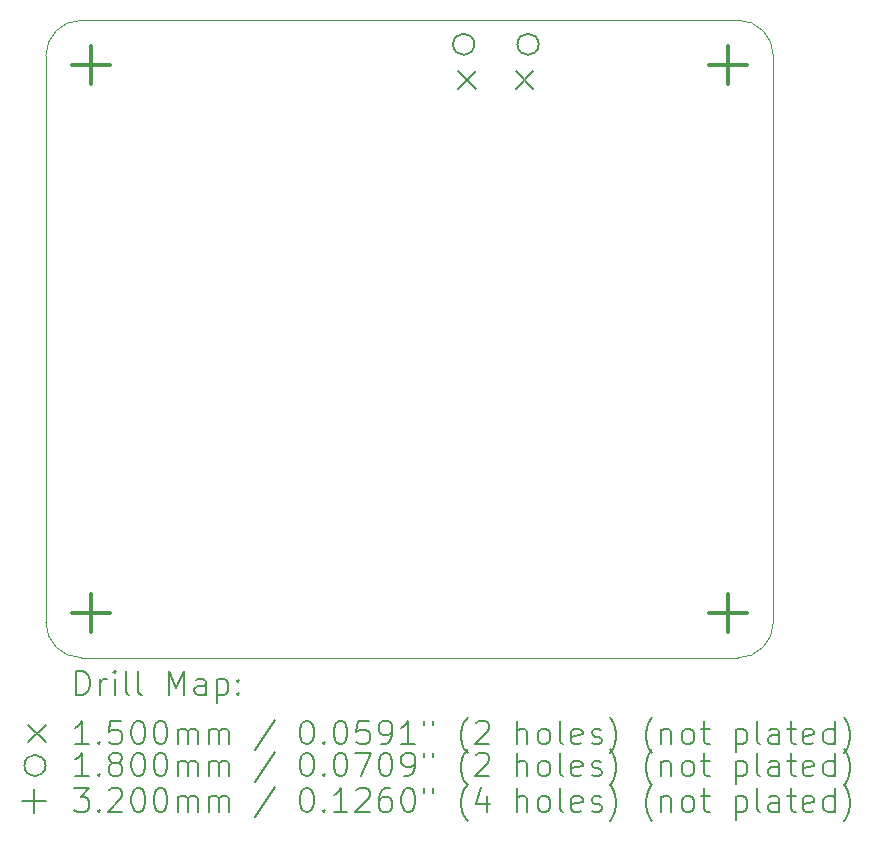
<source format=gbr>
%TF.GenerationSoftware,KiCad,Pcbnew,8.0.3-8.0.3-0~ubuntu22.04.1*%
%TF.CreationDate,2025-12-31T16:49:37+00:00*%
%TF.ProjectId,pixelpusher,70697865-6c70-4757-9368-65722e6b6963,rev?*%
%TF.SameCoordinates,Original*%
%TF.FileFunction,Drillmap*%
%TF.FilePolarity,Positive*%
%FSLAX45Y45*%
G04 Gerber Fmt 4.5, Leading zero omitted, Abs format (unit mm)*
G04 Created by KiCad (PCBNEW 8.0.3-8.0.3-0~ubuntu22.04.1) date 2025-12-31 16:49:37*
%MOMM*%
%LPD*%
G01*
G04 APERTURE LIST*
%ADD10C,0.050000*%
%ADD11C,0.200000*%
%ADD12C,0.150000*%
%ADD13C,0.180000*%
%ADD14C,0.320000*%
G04 APERTURE END LIST*
D10*
X13381000Y-8445500D02*
X18940500Y-8445500D01*
X18940500Y-8445500D02*
G75*
G02*
X19240500Y-8745500I0J-300000D01*
G01*
X13381000Y-13843000D02*
G75*
G02*
X13081000Y-13543000I0J300000D01*
G01*
X13081000Y-13543000D02*
X13081000Y-8745500D01*
X19240500Y-13543000D02*
G75*
G02*
X18940500Y-13843000I-300000J0D01*
G01*
X18940500Y-13843000D02*
X13381000Y-13843000D01*
X19240500Y-8745500D02*
X19240500Y-13543000D01*
X13081000Y-8745500D02*
G75*
G02*
X13381000Y-8445500I300000J0D01*
G01*
D11*
D12*
X16573500Y-8877000D02*
X16723500Y-9027000D01*
X16723500Y-8877000D02*
X16573500Y-9027000D01*
X17058500Y-8877000D02*
X17208500Y-9027000D01*
X17208500Y-8877000D02*
X17058500Y-9027000D01*
D13*
X16708500Y-8649000D02*
G75*
G02*
X16528500Y-8649000I-90000J0D01*
G01*
X16528500Y-8649000D02*
G75*
G02*
X16708500Y-8649000I90000J0D01*
G01*
X17253500Y-8649000D02*
G75*
G02*
X17073500Y-8649000I-90000J0D01*
G01*
X17073500Y-8649000D02*
G75*
G02*
X17253500Y-8649000I90000J0D01*
G01*
D14*
X13462000Y-8666500D02*
X13462000Y-8986500D01*
X13302000Y-8826500D02*
X13622000Y-8826500D01*
X13462000Y-13302000D02*
X13462000Y-13622000D01*
X13302000Y-13462000D02*
X13622000Y-13462000D01*
X18859500Y-8666500D02*
X18859500Y-8986500D01*
X18699500Y-8826500D02*
X19019500Y-8826500D01*
X18859500Y-13302000D02*
X18859500Y-13622000D01*
X18699500Y-13462000D02*
X19019500Y-13462000D01*
D11*
X13339277Y-14156984D02*
X13339277Y-13956984D01*
X13339277Y-13956984D02*
X13386896Y-13956984D01*
X13386896Y-13956984D02*
X13415467Y-13966508D01*
X13415467Y-13966508D02*
X13434515Y-13985555D01*
X13434515Y-13985555D02*
X13444039Y-14004603D01*
X13444039Y-14004603D02*
X13453562Y-14042698D01*
X13453562Y-14042698D02*
X13453562Y-14071269D01*
X13453562Y-14071269D02*
X13444039Y-14109365D01*
X13444039Y-14109365D02*
X13434515Y-14128412D01*
X13434515Y-14128412D02*
X13415467Y-14147460D01*
X13415467Y-14147460D02*
X13386896Y-14156984D01*
X13386896Y-14156984D02*
X13339277Y-14156984D01*
X13539277Y-14156984D02*
X13539277Y-14023650D01*
X13539277Y-14061746D02*
X13548801Y-14042698D01*
X13548801Y-14042698D02*
X13558324Y-14033174D01*
X13558324Y-14033174D02*
X13577372Y-14023650D01*
X13577372Y-14023650D02*
X13596420Y-14023650D01*
X13663086Y-14156984D02*
X13663086Y-14023650D01*
X13663086Y-13956984D02*
X13653562Y-13966508D01*
X13653562Y-13966508D02*
X13663086Y-13976031D01*
X13663086Y-13976031D02*
X13672610Y-13966508D01*
X13672610Y-13966508D02*
X13663086Y-13956984D01*
X13663086Y-13956984D02*
X13663086Y-13976031D01*
X13786896Y-14156984D02*
X13767848Y-14147460D01*
X13767848Y-14147460D02*
X13758324Y-14128412D01*
X13758324Y-14128412D02*
X13758324Y-13956984D01*
X13891658Y-14156984D02*
X13872610Y-14147460D01*
X13872610Y-14147460D02*
X13863086Y-14128412D01*
X13863086Y-14128412D02*
X13863086Y-13956984D01*
X14120229Y-14156984D02*
X14120229Y-13956984D01*
X14120229Y-13956984D02*
X14186896Y-14099841D01*
X14186896Y-14099841D02*
X14253562Y-13956984D01*
X14253562Y-13956984D02*
X14253562Y-14156984D01*
X14434515Y-14156984D02*
X14434515Y-14052222D01*
X14434515Y-14052222D02*
X14424991Y-14033174D01*
X14424991Y-14033174D02*
X14405943Y-14023650D01*
X14405943Y-14023650D02*
X14367848Y-14023650D01*
X14367848Y-14023650D02*
X14348801Y-14033174D01*
X14434515Y-14147460D02*
X14415467Y-14156984D01*
X14415467Y-14156984D02*
X14367848Y-14156984D01*
X14367848Y-14156984D02*
X14348801Y-14147460D01*
X14348801Y-14147460D02*
X14339277Y-14128412D01*
X14339277Y-14128412D02*
X14339277Y-14109365D01*
X14339277Y-14109365D02*
X14348801Y-14090317D01*
X14348801Y-14090317D02*
X14367848Y-14080793D01*
X14367848Y-14080793D02*
X14415467Y-14080793D01*
X14415467Y-14080793D02*
X14434515Y-14071269D01*
X14529753Y-14023650D02*
X14529753Y-14223650D01*
X14529753Y-14033174D02*
X14548801Y-14023650D01*
X14548801Y-14023650D02*
X14586896Y-14023650D01*
X14586896Y-14023650D02*
X14605943Y-14033174D01*
X14605943Y-14033174D02*
X14615467Y-14042698D01*
X14615467Y-14042698D02*
X14624991Y-14061746D01*
X14624991Y-14061746D02*
X14624991Y-14118888D01*
X14624991Y-14118888D02*
X14615467Y-14137936D01*
X14615467Y-14137936D02*
X14605943Y-14147460D01*
X14605943Y-14147460D02*
X14586896Y-14156984D01*
X14586896Y-14156984D02*
X14548801Y-14156984D01*
X14548801Y-14156984D02*
X14529753Y-14147460D01*
X14710705Y-14137936D02*
X14720229Y-14147460D01*
X14720229Y-14147460D02*
X14710705Y-14156984D01*
X14710705Y-14156984D02*
X14701182Y-14147460D01*
X14701182Y-14147460D02*
X14710705Y-14137936D01*
X14710705Y-14137936D02*
X14710705Y-14156984D01*
X14710705Y-14033174D02*
X14720229Y-14042698D01*
X14720229Y-14042698D02*
X14710705Y-14052222D01*
X14710705Y-14052222D02*
X14701182Y-14042698D01*
X14701182Y-14042698D02*
X14710705Y-14033174D01*
X14710705Y-14033174D02*
X14710705Y-14052222D01*
D12*
X12928500Y-14410500D02*
X13078500Y-14560500D01*
X13078500Y-14410500D02*
X12928500Y-14560500D01*
D11*
X13444039Y-14576984D02*
X13329753Y-14576984D01*
X13386896Y-14576984D02*
X13386896Y-14376984D01*
X13386896Y-14376984D02*
X13367848Y-14405555D01*
X13367848Y-14405555D02*
X13348801Y-14424603D01*
X13348801Y-14424603D02*
X13329753Y-14434127D01*
X13529753Y-14557936D02*
X13539277Y-14567460D01*
X13539277Y-14567460D02*
X13529753Y-14576984D01*
X13529753Y-14576984D02*
X13520229Y-14567460D01*
X13520229Y-14567460D02*
X13529753Y-14557936D01*
X13529753Y-14557936D02*
X13529753Y-14576984D01*
X13720229Y-14376984D02*
X13624991Y-14376984D01*
X13624991Y-14376984D02*
X13615467Y-14472222D01*
X13615467Y-14472222D02*
X13624991Y-14462698D01*
X13624991Y-14462698D02*
X13644039Y-14453174D01*
X13644039Y-14453174D02*
X13691658Y-14453174D01*
X13691658Y-14453174D02*
X13710705Y-14462698D01*
X13710705Y-14462698D02*
X13720229Y-14472222D01*
X13720229Y-14472222D02*
X13729753Y-14491269D01*
X13729753Y-14491269D02*
X13729753Y-14538888D01*
X13729753Y-14538888D02*
X13720229Y-14557936D01*
X13720229Y-14557936D02*
X13710705Y-14567460D01*
X13710705Y-14567460D02*
X13691658Y-14576984D01*
X13691658Y-14576984D02*
X13644039Y-14576984D01*
X13644039Y-14576984D02*
X13624991Y-14567460D01*
X13624991Y-14567460D02*
X13615467Y-14557936D01*
X13853562Y-14376984D02*
X13872610Y-14376984D01*
X13872610Y-14376984D02*
X13891658Y-14386508D01*
X13891658Y-14386508D02*
X13901182Y-14396031D01*
X13901182Y-14396031D02*
X13910705Y-14415079D01*
X13910705Y-14415079D02*
X13920229Y-14453174D01*
X13920229Y-14453174D02*
X13920229Y-14500793D01*
X13920229Y-14500793D02*
X13910705Y-14538888D01*
X13910705Y-14538888D02*
X13901182Y-14557936D01*
X13901182Y-14557936D02*
X13891658Y-14567460D01*
X13891658Y-14567460D02*
X13872610Y-14576984D01*
X13872610Y-14576984D02*
X13853562Y-14576984D01*
X13853562Y-14576984D02*
X13834515Y-14567460D01*
X13834515Y-14567460D02*
X13824991Y-14557936D01*
X13824991Y-14557936D02*
X13815467Y-14538888D01*
X13815467Y-14538888D02*
X13805943Y-14500793D01*
X13805943Y-14500793D02*
X13805943Y-14453174D01*
X13805943Y-14453174D02*
X13815467Y-14415079D01*
X13815467Y-14415079D02*
X13824991Y-14396031D01*
X13824991Y-14396031D02*
X13834515Y-14386508D01*
X13834515Y-14386508D02*
X13853562Y-14376984D01*
X14044039Y-14376984D02*
X14063086Y-14376984D01*
X14063086Y-14376984D02*
X14082134Y-14386508D01*
X14082134Y-14386508D02*
X14091658Y-14396031D01*
X14091658Y-14396031D02*
X14101182Y-14415079D01*
X14101182Y-14415079D02*
X14110705Y-14453174D01*
X14110705Y-14453174D02*
X14110705Y-14500793D01*
X14110705Y-14500793D02*
X14101182Y-14538888D01*
X14101182Y-14538888D02*
X14091658Y-14557936D01*
X14091658Y-14557936D02*
X14082134Y-14567460D01*
X14082134Y-14567460D02*
X14063086Y-14576984D01*
X14063086Y-14576984D02*
X14044039Y-14576984D01*
X14044039Y-14576984D02*
X14024991Y-14567460D01*
X14024991Y-14567460D02*
X14015467Y-14557936D01*
X14015467Y-14557936D02*
X14005943Y-14538888D01*
X14005943Y-14538888D02*
X13996420Y-14500793D01*
X13996420Y-14500793D02*
X13996420Y-14453174D01*
X13996420Y-14453174D02*
X14005943Y-14415079D01*
X14005943Y-14415079D02*
X14015467Y-14396031D01*
X14015467Y-14396031D02*
X14024991Y-14386508D01*
X14024991Y-14386508D02*
X14044039Y-14376984D01*
X14196420Y-14576984D02*
X14196420Y-14443650D01*
X14196420Y-14462698D02*
X14205943Y-14453174D01*
X14205943Y-14453174D02*
X14224991Y-14443650D01*
X14224991Y-14443650D02*
X14253563Y-14443650D01*
X14253563Y-14443650D02*
X14272610Y-14453174D01*
X14272610Y-14453174D02*
X14282134Y-14472222D01*
X14282134Y-14472222D02*
X14282134Y-14576984D01*
X14282134Y-14472222D02*
X14291658Y-14453174D01*
X14291658Y-14453174D02*
X14310705Y-14443650D01*
X14310705Y-14443650D02*
X14339277Y-14443650D01*
X14339277Y-14443650D02*
X14358324Y-14453174D01*
X14358324Y-14453174D02*
X14367848Y-14472222D01*
X14367848Y-14472222D02*
X14367848Y-14576984D01*
X14463086Y-14576984D02*
X14463086Y-14443650D01*
X14463086Y-14462698D02*
X14472610Y-14453174D01*
X14472610Y-14453174D02*
X14491658Y-14443650D01*
X14491658Y-14443650D02*
X14520229Y-14443650D01*
X14520229Y-14443650D02*
X14539277Y-14453174D01*
X14539277Y-14453174D02*
X14548801Y-14472222D01*
X14548801Y-14472222D02*
X14548801Y-14576984D01*
X14548801Y-14472222D02*
X14558324Y-14453174D01*
X14558324Y-14453174D02*
X14577372Y-14443650D01*
X14577372Y-14443650D02*
X14605943Y-14443650D01*
X14605943Y-14443650D02*
X14624991Y-14453174D01*
X14624991Y-14453174D02*
X14634515Y-14472222D01*
X14634515Y-14472222D02*
X14634515Y-14576984D01*
X15024991Y-14367460D02*
X14853563Y-14624603D01*
X15282134Y-14376984D02*
X15301182Y-14376984D01*
X15301182Y-14376984D02*
X15320229Y-14386508D01*
X15320229Y-14386508D02*
X15329753Y-14396031D01*
X15329753Y-14396031D02*
X15339277Y-14415079D01*
X15339277Y-14415079D02*
X15348801Y-14453174D01*
X15348801Y-14453174D02*
X15348801Y-14500793D01*
X15348801Y-14500793D02*
X15339277Y-14538888D01*
X15339277Y-14538888D02*
X15329753Y-14557936D01*
X15329753Y-14557936D02*
X15320229Y-14567460D01*
X15320229Y-14567460D02*
X15301182Y-14576984D01*
X15301182Y-14576984D02*
X15282134Y-14576984D01*
X15282134Y-14576984D02*
X15263086Y-14567460D01*
X15263086Y-14567460D02*
X15253563Y-14557936D01*
X15253563Y-14557936D02*
X15244039Y-14538888D01*
X15244039Y-14538888D02*
X15234515Y-14500793D01*
X15234515Y-14500793D02*
X15234515Y-14453174D01*
X15234515Y-14453174D02*
X15244039Y-14415079D01*
X15244039Y-14415079D02*
X15253563Y-14396031D01*
X15253563Y-14396031D02*
X15263086Y-14386508D01*
X15263086Y-14386508D02*
X15282134Y-14376984D01*
X15434515Y-14557936D02*
X15444039Y-14567460D01*
X15444039Y-14567460D02*
X15434515Y-14576984D01*
X15434515Y-14576984D02*
X15424991Y-14567460D01*
X15424991Y-14567460D02*
X15434515Y-14557936D01*
X15434515Y-14557936D02*
X15434515Y-14576984D01*
X15567848Y-14376984D02*
X15586896Y-14376984D01*
X15586896Y-14376984D02*
X15605944Y-14386508D01*
X15605944Y-14386508D02*
X15615467Y-14396031D01*
X15615467Y-14396031D02*
X15624991Y-14415079D01*
X15624991Y-14415079D02*
X15634515Y-14453174D01*
X15634515Y-14453174D02*
X15634515Y-14500793D01*
X15634515Y-14500793D02*
X15624991Y-14538888D01*
X15624991Y-14538888D02*
X15615467Y-14557936D01*
X15615467Y-14557936D02*
X15605944Y-14567460D01*
X15605944Y-14567460D02*
X15586896Y-14576984D01*
X15586896Y-14576984D02*
X15567848Y-14576984D01*
X15567848Y-14576984D02*
X15548801Y-14567460D01*
X15548801Y-14567460D02*
X15539277Y-14557936D01*
X15539277Y-14557936D02*
X15529753Y-14538888D01*
X15529753Y-14538888D02*
X15520229Y-14500793D01*
X15520229Y-14500793D02*
X15520229Y-14453174D01*
X15520229Y-14453174D02*
X15529753Y-14415079D01*
X15529753Y-14415079D02*
X15539277Y-14396031D01*
X15539277Y-14396031D02*
X15548801Y-14386508D01*
X15548801Y-14386508D02*
X15567848Y-14376984D01*
X15815467Y-14376984D02*
X15720229Y-14376984D01*
X15720229Y-14376984D02*
X15710706Y-14472222D01*
X15710706Y-14472222D02*
X15720229Y-14462698D01*
X15720229Y-14462698D02*
X15739277Y-14453174D01*
X15739277Y-14453174D02*
X15786896Y-14453174D01*
X15786896Y-14453174D02*
X15805944Y-14462698D01*
X15805944Y-14462698D02*
X15815467Y-14472222D01*
X15815467Y-14472222D02*
X15824991Y-14491269D01*
X15824991Y-14491269D02*
X15824991Y-14538888D01*
X15824991Y-14538888D02*
X15815467Y-14557936D01*
X15815467Y-14557936D02*
X15805944Y-14567460D01*
X15805944Y-14567460D02*
X15786896Y-14576984D01*
X15786896Y-14576984D02*
X15739277Y-14576984D01*
X15739277Y-14576984D02*
X15720229Y-14567460D01*
X15720229Y-14567460D02*
X15710706Y-14557936D01*
X15920229Y-14576984D02*
X15958325Y-14576984D01*
X15958325Y-14576984D02*
X15977372Y-14567460D01*
X15977372Y-14567460D02*
X15986896Y-14557936D01*
X15986896Y-14557936D02*
X16005944Y-14529365D01*
X16005944Y-14529365D02*
X16015467Y-14491269D01*
X16015467Y-14491269D02*
X16015467Y-14415079D01*
X16015467Y-14415079D02*
X16005944Y-14396031D01*
X16005944Y-14396031D02*
X15996420Y-14386508D01*
X15996420Y-14386508D02*
X15977372Y-14376984D01*
X15977372Y-14376984D02*
X15939277Y-14376984D01*
X15939277Y-14376984D02*
X15920229Y-14386508D01*
X15920229Y-14386508D02*
X15910706Y-14396031D01*
X15910706Y-14396031D02*
X15901182Y-14415079D01*
X15901182Y-14415079D02*
X15901182Y-14462698D01*
X15901182Y-14462698D02*
X15910706Y-14481746D01*
X15910706Y-14481746D02*
X15920229Y-14491269D01*
X15920229Y-14491269D02*
X15939277Y-14500793D01*
X15939277Y-14500793D02*
X15977372Y-14500793D01*
X15977372Y-14500793D02*
X15996420Y-14491269D01*
X15996420Y-14491269D02*
X16005944Y-14481746D01*
X16005944Y-14481746D02*
X16015467Y-14462698D01*
X16205944Y-14576984D02*
X16091658Y-14576984D01*
X16148801Y-14576984D02*
X16148801Y-14376984D01*
X16148801Y-14376984D02*
X16129753Y-14405555D01*
X16129753Y-14405555D02*
X16110706Y-14424603D01*
X16110706Y-14424603D02*
X16091658Y-14434127D01*
X16282134Y-14376984D02*
X16282134Y-14415079D01*
X16358325Y-14376984D02*
X16358325Y-14415079D01*
X16653563Y-14653174D02*
X16644039Y-14643650D01*
X16644039Y-14643650D02*
X16624991Y-14615079D01*
X16624991Y-14615079D02*
X16615468Y-14596031D01*
X16615468Y-14596031D02*
X16605944Y-14567460D01*
X16605944Y-14567460D02*
X16596420Y-14519841D01*
X16596420Y-14519841D02*
X16596420Y-14481746D01*
X16596420Y-14481746D02*
X16605944Y-14434127D01*
X16605944Y-14434127D02*
X16615468Y-14405555D01*
X16615468Y-14405555D02*
X16624991Y-14386508D01*
X16624991Y-14386508D02*
X16644039Y-14357936D01*
X16644039Y-14357936D02*
X16653563Y-14348412D01*
X16720229Y-14396031D02*
X16729753Y-14386508D01*
X16729753Y-14386508D02*
X16748801Y-14376984D01*
X16748801Y-14376984D02*
X16796420Y-14376984D01*
X16796420Y-14376984D02*
X16815468Y-14386508D01*
X16815468Y-14386508D02*
X16824991Y-14396031D01*
X16824991Y-14396031D02*
X16834515Y-14415079D01*
X16834515Y-14415079D02*
X16834515Y-14434127D01*
X16834515Y-14434127D02*
X16824991Y-14462698D01*
X16824991Y-14462698D02*
X16710706Y-14576984D01*
X16710706Y-14576984D02*
X16834515Y-14576984D01*
X17072611Y-14576984D02*
X17072611Y-14376984D01*
X17158325Y-14576984D02*
X17158325Y-14472222D01*
X17158325Y-14472222D02*
X17148801Y-14453174D01*
X17148801Y-14453174D02*
X17129753Y-14443650D01*
X17129753Y-14443650D02*
X17101182Y-14443650D01*
X17101182Y-14443650D02*
X17082134Y-14453174D01*
X17082134Y-14453174D02*
X17072611Y-14462698D01*
X17282134Y-14576984D02*
X17263087Y-14567460D01*
X17263087Y-14567460D02*
X17253563Y-14557936D01*
X17253563Y-14557936D02*
X17244039Y-14538888D01*
X17244039Y-14538888D02*
X17244039Y-14481746D01*
X17244039Y-14481746D02*
X17253563Y-14462698D01*
X17253563Y-14462698D02*
X17263087Y-14453174D01*
X17263087Y-14453174D02*
X17282134Y-14443650D01*
X17282134Y-14443650D02*
X17310706Y-14443650D01*
X17310706Y-14443650D02*
X17329753Y-14453174D01*
X17329753Y-14453174D02*
X17339277Y-14462698D01*
X17339277Y-14462698D02*
X17348801Y-14481746D01*
X17348801Y-14481746D02*
X17348801Y-14538888D01*
X17348801Y-14538888D02*
X17339277Y-14557936D01*
X17339277Y-14557936D02*
X17329753Y-14567460D01*
X17329753Y-14567460D02*
X17310706Y-14576984D01*
X17310706Y-14576984D02*
X17282134Y-14576984D01*
X17463087Y-14576984D02*
X17444039Y-14567460D01*
X17444039Y-14567460D02*
X17434515Y-14548412D01*
X17434515Y-14548412D02*
X17434515Y-14376984D01*
X17615468Y-14567460D02*
X17596420Y-14576984D01*
X17596420Y-14576984D02*
X17558325Y-14576984D01*
X17558325Y-14576984D02*
X17539277Y-14567460D01*
X17539277Y-14567460D02*
X17529753Y-14548412D01*
X17529753Y-14548412D02*
X17529753Y-14472222D01*
X17529753Y-14472222D02*
X17539277Y-14453174D01*
X17539277Y-14453174D02*
X17558325Y-14443650D01*
X17558325Y-14443650D02*
X17596420Y-14443650D01*
X17596420Y-14443650D02*
X17615468Y-14453174D01*
X17615468Y-14453174D02*
X17624992Y-14472222D01*
X17624992Y-14472222D02*
X17624992Y-14491269D01*
X17624992Y-14491269D02*
X17529753Y-14510317D01*
X17701182Y-14567460D02*
X17720230Y-14576984D01*
X17720230Y-14576984D02*
X17758325Y-14576984D01*
X17758325Y-14576984D02*
X17777373Y-14567460D01*
X17777373Y-14567460D02*
X17786896Y-14548412D01*
X17786896Y-14548412D02*
X17786896Y-14538888D01*
X17786896Y-14538888D02*
X17777373Y-14519841D01*
X17777373Y-14519841D02*
X17758325Y-14510317D01*
X17758325Y-14510317D02*
X17729753Y-14510317D01*
X17729753Y-14510317D02*
X17710706Y-14500793D01*
X17710706Y-14500793D02*
X17701182Y-14481746D01*
X17701182Y-14481746D02*
X17701182Y-14472222D01*
X17701182Y-14472222D02*
X17710706Y-14453174D01*
X17710706Y-14453174D02*
X17729753Y-14443650D01*
X17729753Y-14443650D02*
X17758325Y-14443650D01*
X17758325Y-14443650D02*
X17777373Y-14453174D01*
X17853563Y-14653174D02*
X17863087Y-14643650D01*
X17863087Y-14643650D02*
X17882134Y-14615079D01*
X17882134Y-14615079D02*
X17891658Y-14596031D01*
X17891658Y-14596031D02*
X17901182Y-14567460D01*
X17901182Y-14567460D02*
X17910706Y-14519841D01*
X17910706Y-14519841D02*
X17910706Y-14481746D01*
X17910706Y-14481746D02*
X17901182Y-14434127D01*
X17901182Y-14434127D02*
X17891658Y-14405555D01*
X17891658Y-14405555D02*
X17882134Y-14386508D01*
X17882134Y-14386508D02*
X17863087Y-14357936D01*
X17863087Y-14357936D02*
X17853563Y-14348412D01*
X18215468Y-14653174D02*
X18205944Y-14643650D01*
X18205944Y-14643650D02*
X18186896Y-14615079D01*
X18186896Y-14615079D02*
X18177373Y-14596031D01*
X18177373Y-14596031D02*
X18167849Y-14567460D01*
X18167849Y-14567460D02*
X18158325Y-14519841D01*
X18158325Y-14519841D02*
X18158325Y-14481746D01*
X18158325Y-14481746D02*
X18167849Y-14434127D01*
X18167849Y-14434127D02*
X18177373Y-14405555D01*
X18177373Y-14405555D02*
X18186896Y-14386508D01*
X18186896Y-14386508D02*
X18205944Y-14357936D01*
X18205944Y-14357936D02*
X18215468Y-14348412D01*
X18291658Y-14443650D02*
X18291658Y-14576984D01*
X18291658Y-14462698D02*
X18301182Y-14453174D01*
X18301182Y-14453174D02*
X18320230Y-14443650D01*
X18320230Y-14443650D02*
X18348801Y-14443650D01*
X18348801Y-14443650D02*
X18367849Y-14453174D01*
X18367849Y-14453174D02*
X18377373Y-14472222D01*
X18377373Y-14472222D02*
X18377373Y-14576984D01*
X18501182Y-14576984D02*
X18482134Y-14567460D01*
X18482134Y-14567460D02*
X18472611Y-14557936D01*
X18472611Y-14557936D02*
X18463087Y-14538888D01*
X18463087Y-14538888D02*
X18463087Y-14481746D01*
X18463087Y-14481746D02*
X18472611Y-14462698D01*
X18472611Y-14462698D02*
X18482134Y-14453174D01*
X18482134Y-14453174D02*
X18501182Y-14443650D01*
X18501182Y-14443650D02*
X18529754Y-14443650D01*
X18529754Y-14443650D02*
X18548801Y-14453174D01*
X18548801Y-14453174D02*
X18558325Y-14462698D01*
X18558325Y-14462698D02*
X18567849Y-14481746D01*
X18567849Y-14481746D02*
X18567849Y-14538888D01*
X18567849Y-14538888D02*
X18558325Y-14557936D01*
X18558325Y-14557936D02*
X18548801Y-14567460D01*
X18548801Y-14567460D02*
X18529754Y-14576984D01*
X18529754Y-14576984D02*
X18501182Y-14576984D01*
X18624992Y-14443650D02*
X18701182Y-14443650D01*
X18653563Y-14376984D02*
X18653563Y-14548412D01*
X18653563Y-14548412D02*
X18663087Y-14567460D01*
X18663087Y-14567460D02*
X18682134Y-14576984D01*
X18682134Y-14576984D02*
X18701182Y-14576984D01*
X18920230Y-14443650D02*
X18920230Y-14643650D01*
X18920230Y-14453174D02*
X18939277Y-14443650D01*
X18939277Y-14443650D02*
X18977373Y-14443650D01*
X18977373Y-14443650D02*
X18996420Y-14453174D01*
X18996420Y-14453174D02*
X19005944Y-14462698D01*
X19005944Y-14462698D02*
X19015468Y-14481746D01*
X19015468Y-14481746D02*
X19015468Y-14538888D01*
X19015468Y-14538888D02*
X19005944Y-14557936D01*
X19005944Y-14557936D02*
X18996420Y-14567460D01*
X18996420Y-14567460D02*
X18977373Y-14576984D01*
X18977373Y-14576984D02*
X18939277Y-14576984D01*
X18939277Y-14576984D02*
X18920230Y-14567460D01*
X19129754Y-14576984D02*
X19110706Y-14567460D01*
X19110706Y-14567460D02*
X19101182Y-14548412D01*
X19101182Y-14548412D02*
X19101182Y-14376984D01*
X19291658Y-14576984D02*
X19291658Y-14472222D01*
X19291658Y-14472222D02*
X19282135Y-14453174D01*
X19282135Y-14453174D02*
X19263087Y-14443650D01*
X19263087Y-14443650D02*
X19224992Y-14443650D01*
X19224992Y-14443650D02*
X19205944Y-14453174D01*
X19291658Y-14567460D02*
X19272611Y-14576984D01*
X19272611Y-14576984D02*
X19224992Y-14576984D01*
X19224992Y-14576984D02*
X19205944Y-14567460D01*
X19205944Y-14567460D02*
X19196420Y-14548412D01*
X19196420Y-14548412D02*
X19196420Y-14529365D01*
X19196420Y-14529365D02*
X19205944Y-14510317D01*
X19205944Y-14510317D02*
X19224992Y-14500793D01*
X19224992Y-14500793D02*
X19272611Y-14500793D01*
X19272611Y-14500793D02*
X19291658Y-14491269D01*
X19358325Y-14443650D02*
X19434515Y-14443650D01*
X19386896Y-14376984D02*
X19386896Y-14548412D01*
X19386896Y-14548412D02*
X19396420Y-14567460D01*
X19396420Y-14567460D02*
X19415468Y-14576984D01*
X19415468Y-14576984D02*
X19434515Y-14576984D01*
X19577373Y-14567460D02*
X19558325Y-14576984D01*
X19558325Y-14576984D02*
X19520230Y-14576984D01*
X19520230Y-14576984D02*
X19501182Y-14567460D01*
X19501182Y-14567460D02*
X19491658Y-14548412D01*
X19491658Y-14548412D02*
X19491658Y-14472222D01*
X19491658Y-14472222D02*
X19501182Y-14453174D01*
X19501182Y-14453174D02*
X19520230Y-14443650D01*
X19520230Y-14443650D02*
X19558325Y-14443650D01*
X19558325Y-14443650D02*
X19577373Y-14453174D01*
X19577373Y-14453174D02*
X19586896Y-14472222D01*
X19586896Y-14472222D02*
X19586896Y-14491269D01*
X19586896Y-14491269D02*
X19491658Y-14510317D01*
X19758325Y-14576984D02*
X19758325Y-14376984D01*
X19758325Y-14567460D02*
X19739277Y-14576984D01*
X19739277Y-14576984D02*
X19701182Y-14576984D01*
X19701182Y-14576984D02*
X19682135Y-14567460D01*
X19682135Y-14567460D02*
X19672611Y-14557936D01*
X19672611Y-14557936D02*
X19663087Y-14538888D01*
X19663087Y-14538888D02*
X19663087Y-14481746D01*
X19663087Y-14481746D02*
X19672611Y-14462698D01*
X19672611Y-14462698D02*
X19682135Y-14453174D01*
X19682135Y-14453174D02*
X19701182Y-14443650D01*
X19701182Y-14443650D02*
X19739277Y-14443650D01*
X19739277Y-14443650D02*
X19758325Y-14453174D01*
X19834516Y-14653174D02*
X19844039Y-14643650D01*
X19844039Y-14643650D02*
X19863087Y-14615079D01*
X19863087Y-14615079D02*
X19872611Y-14596031D01*
X19872611Y-14596031D02*
X19882135Y-14567460D01*
X19882135Y-14567460D02*
X19891658Y-14519841D01*
X19891658Y-14519841D02*
X19891658Y-14481746D01*
X19891658Y-14481746D02*
X19882135Y-14434127D01*
X19882135Y-14434127D02*
X19872611Y-14405555D01*
X19872611Y-14405555D02*
X19863087Y-14386508D01*
X19863087Y-14386508D02*
X19844039Y-14357936D01*
X19844039Y-14357936D02*
X19834516Y-14348412D01*
D13*
X13078500Y-14755500D02*
G75*
G02*
X12898500Y-14755500I-90000J0D01*
G01*
X12898500Y-14755500D02*
G75*
G02*
X13078500Y-14755500I90000J0D01*
G01*
D11*
X13444039Y-14846984D02*
X13329753Y-14846984D01*
X13386896Y-14846984D02*
X13386896Y-14646984D01*
X13386896Y-14646984D02*
X13367848Y-14675555D01*
X13367848Y-14675555D02*
X13348801Y-14694603D01*
X13348801Y-14694603D02*
X13329753Y-14704127D01*
X13529753Y-14827936D02*
X13539277Y-14837460D01*
X13539277Y-14837460D02*
X13529753Y-14846984D01*
X13529753Y-14846984D02*
X13520229Y-14837460D01*
X13520229Y-14837460D02*
X13529753Y-14827936D01*
X13529753Y-14827936D02*
X13529753Y-14846984D01*
X13653562Y-14732698D02*
X13634515Y-14723174D01*
X13634515Y-14723174D02*
X13624991Y-14713650D01*
X13624991Y-14713650D02*
X13615467Y-14694603D01*
X13615467Y-14694603D02*
X13615467Y-14685079D01*
X13615467Y-14685079D02*
X13624991Y-14666031D01*
X13624991Y-14666031D02*
X13634515Y-14656508D01*
X13634515Y-14656508D02*
X13653562Y-14646984D01*
X13653562Y-14646984D02*
X13691658Y-14646984D01*
X13691658Y-14646984D02*
X13710705Y-14656508D01*
X13710705Y-14656508D02*
X13720229Y-14666031D01*
X13720229Y-14666031D02*
X13729753Y-14685079D01*
X13729753Y-14685079D02*
X13729753Y-14694603D01*
X13729753Y-14694603D02*
X13720229Y-14713650D01*
X13720229Y-14713650D02*
X13710705Y-14723174D01*
X13710705Y-14723174D02*
X13691658Y-14732698D01*
X13691658Y-14732698D02*
X13653562Y-14732698D01*
X13653562Y-14732698D02*
X13634515Y-14742222D01*
X13634515Y-14742222D02*
X13624991Y-14751746D01*
X13624991Y-14751746D02*
X13615467Y-14770793D01*
X13615467Y-14770793D02*
X13615467Y-14808888D01*
X13615467Y-14808888D02*
X13624991Y-14827936D01*
X13624991Y-14827936D02*
X13634515Y-14837460D01*
X13634515Y-14837460D02*
X13653562Y-14846984D01*
X13653562Y-14846984D02*
X13691658Y-14846984D01*
X13691658Y-14846984D02*
X13710705Y-14837460D01*
X13710705Y-14837460D02*
X13720229Y-14827936D01*
X13720229Y-14827936D02*
X13729753Y-14808888D01*
X13729753Y-14808888D02*
X13729753Y-14770793D01*
X13729753Y-14770793D02*
X13720229Y-14751746D01*
X13720229Y-14751746D02*
X13710705Y-14742222D01*
X13710705Y-14742222D02*
X13691658Y-14732698D01*
X13853562Y-14646984D02*
X13872610Y-14646984D01*
X13872610Y-14646984D02*
X13891658Y-14656508D01*
X13891658Y-14656508D02*
X13901182Y-14666031D01*
X13901182Y-14666031D02*
X13910705Y-14685079D01*
X13910705Y-14685079D02*
X13920229Y-14723174D01*
X13920229Y-14723174D02*
X13920229Y-14770793D01*
X13920229Y-14770793D02*
X13910705Y-14808888D01*
X13910705Y-14808888D02*
X13901182Y-14827936D01*
X13901182Y-14827936D02*
X13891658Y-14837460D01*
X13891658Y-14837460D02*
X13872610Y-14846984D01*
X13872610Y-14846984D02*
X13853562Y-14846984D01*
X13853562Y-14846984D02*
X13834515Y-14837460D01*
X13834515Y-14837460D02*
X13824991Y-14827936D01*
X13824991Y-14827936D02*
X13815467Y-14808888D01*
X13815467Y-14808888D02*
X13805943Y-14770793D01*
X13805943Y-14770793D02*
X13805943Y-14723174D01*
X13805943Y-14723174D02*
X13815467Y-14685079D01*
X13815467Y-14685079D02*
X13824991Y-14666031D01*
X13824991Y-14666031D02*
X13834515Y-14656508D01*
X13834515Y-14656508D02*
X13853562Y-14646984D01*
X14044039Y-14646984D02*
X14063086Y-14646984D01*
X14063086Y-14646984D02*
X14082134Y-14656508D01*
X14082134Y-14656508D02*
X14091658Y-14666031D01*
X14091658Y-14666031D02*
X14101182Y-14685079D01*
X14101182Y-14685079D02*
X14110705Y-14723174D01*
X14110705Y-14723174D02*
X14110705Y-14770793D01*
X14110705Y-14770793D02*
X14101182Y-14808888D01*
X14101182Y-14808888D02*
X14091658Y-14827936D01*
X14091658Y-14827936D02*
X14082134Y-14837460D01*
X14082134Y-14837460D02*
X14063086Y-14846984D01*
X14063086Y-14846984D02*
X14044039Y-14846984D01*
X14044039Y-14846984D02*
X14024991Y-14837460D01*
X14024991Y-14837460D02*
X14015467Y-14827936D01*
X14015467Y-14827936D02*
X14005943Y-14808888D01*
X14005943Y-14808888D02*
X13996420Y-14770793D01*
X13996420Y-14770793D02*
X13996420Y-14723174D01*
X13996420Y-14723174D02*
X14005943Y-14685079D01*
X14005943Y-14685079D02*
X14015467Y-14666031D01*
X14015467Y-14666031D02*
X14024991Y-14656508D01*
X14024991Y-14656508D02*
X14044039Y-14646984D01*
X14196420Y-14846984D02*
X14196420Y-14713650D01*
X14196420Y-14732698D02*
X14205943Y-14723174D01*
X14205943Y-14723174D02*
X14224991Y-14713650D01*
X14224991Y-14713650D02*
X14253563Y-14713650D01*
X14253563Y-14713650D02*
X14272610Y-14723174D01*
X14272610Y-14723174D02*
X14282134Y-14742222D01*
X14282134Y-14742222D02*
X14282134Y-14846984D01*
X14282134Y-14742222D02*
X14291658Y-14723174D01*
X14291658Y-14723174D02*
X14310705Y-14713650D01*
X14310705Y-14713650D02*
X14339277Y-14713650D01*
X14339277Y-14713650D02*
X14358324Y-14723174D01*
X14358324Y-14723174D02*
X14367848Y-14742222D01*
X14367848Y-14742222D02*
X14367848Y-14846984D01*
X14463086Y-14846984D02*
X14463086Y-14713650D01*
X14463086Y-14732698D02*
X14472610Y-14723174D01*
X14472610Y-14723174D02*
X14491658Y-14713650D01*
X14491658Y-14713650D02*
X14520229Y-14713650D01*
X14520229Y-14713650D02*
X14539277Y-14723174D01*
X14539277Y-14723174D02*
X14548801Y-14742222D01*
X14548801Y-14742222D02*
X14548801Y-14846984D01*
X14548801Y-14742222D02*
X14558324Y-14723174D01*
X14558324Y-14723174D02*
X14577372Y-14713650D01*
X14577372Y-14713650D02*
X14605943Y-14713650D01*
X14605943Y-14713650D02*
X14624991Y-14723174D01*
X14624991Y-14723174D02*
X14634515Y-14742222D01*
X14634515Y-14742222D02*
X14634515Y-14846984D01*
X15024991Y-14637460D02*
X14853563Y-14894603D01*
X15282134Y-14646984D02*
X15301182Y-14646984D01*
X15301182Y-14646984D02*
X15320229Y-14656508D01*
X15320229Y-14656508D02*
X15329753Y-14666031D01*
X15329753Y-14666031D02*
X15339277Y-14685079D01*
X15339277Y-14685079D02*
X15348801Y-14723174D01*
X15348801Y-14723174D02*
X15348801Y-14770793D01*
X15348801Y-14770793D02*
X15339277Y-14808888D01*
X15339277Y-14808888D02*
X15329753Y-14827936D01*
X15329753Y-14827936D02*
X15320229Y-14837460D01*
X15320229Y-14837460D02*
X15301182Y-14846984D01*
X15301182Y-14846984D02*
X15282134Y-14846984D01*
X15282134Y-14846984D02*
X15263086Y-14837460D01*
X15263086Y-14837460D02*
X15253563Y-14827936D01*
X15253563Y-14827936D02*
X15244039Y-14808888D01*
X15244039Y-14808888D02*
X15234515Y-14770793D01*
X15234515Y-14770793D02*
X15234515Y-14723174D01*
X15234515Y-14723174D02*
X15244039Y-14685079D01*
X15244039Y-14685079D02*
X15253563Y-14666031D01*
X15253563Y-14666031D02*
X15263086Y-14656508D01*
X15263086Y-14656508D02*
X15282134Y-14646984D01*
X15434515Y-14827936D02*
X15444039Y-14837460D01*
X15444039Y-14837460D02*
X15434515Y-14846984D01*
X15434515Y-14846984D02*
X15424991Y-14837460D01*
X15424991Y-14837460D02*
X15434515Y-14827936D01*
X15434515Y-14827936D02*
X15434515Y-14846984D01*
X15567848Y-14646984D02*
X15586896Y-14646984D01*
X15586896Y-14646984D02*
X15605944Y-14656508D01*
X15605944Y-14656508D02*
X15615467Y-14666031D01*
X15615467Y-14666031D02*
X15624991Y-14685079D01*
X15624991Y-14685079D02*
X15634515Y-14723174D01*
X15634515Y-14723174D02*
X15634515Y-14770793D01*
X15634515Y-14770793D02*
X15624991Y-14808888D01*
X15624991Y-14808888D02*
X15615467Y-14827936D01*
X15615467Y-14827936D02*
X15605944Y-14837460D01*
X15605944Y-14837460D02*
X15586896Y-14846984D01*
X15586896Y-14846984D02*
X15567848Y-14846984D01*
X15567848Y-14846984D02*
X15548801Y-14837460D01*
X15548801Y-14837460D02*
X15539277Y-14827936D01*
X15539277Y-14827936D02*
X15529753Y-14808888D01*
X15529753Y-14808888D02*
X15520229Y-14770793D01*
X15520229Y-14770793D02*
X15520229Y-14723174D01*
X15520229Y-14723174D02*
X15529753Y-14685079D01*
X15529753Y-14685079D02*
X15539277Y-14666031D01*
X15539277Y-14666031D02*
X15548801Y-14656508D01*
X15548801Y-14656508D02*
X15567848Y-14646984D01*
X15701182Y-14646984D02*
X15834515Y-14646984D01*
X15834515Y-14646984D02*
X15748801Y-14846984D01*
X15948801Y-14646984D02*
X15967848Y-14646984D01*
X15967848Y-14646984D02*
X15986896Y-14656508D01*
X15986896Y-14656508D02*
X15996420Y-14666031D01*
X15996420Y-14666031D02*
X16005944Y-14685079D01*
X16005944Y-14685079D02*
X16015467Y-14723174D01*
X16015467Y-14723174D02*
X16015467Y-14770793D01*
X16015467Y-14770793D02*
X16005944Y-14808888D01*
X16005944Y-14808888D02*
X15996420Y-14827936D01*
X15996420Y-14827936D02*
X15986896Y-14837460D01*
X15986896Y-14837460D02*
X15967848Y-14846984D01*
X15967848Y-14846984D02*
X15948801Y-14846984D01*
X15948801Y-14846984D02*
X15929753Y-14837460D01*
X15929753Y-14837460D02*
X15920229Y-14827936D01*
X15920229Y-14827936D02*
X15910706Y-14808888D01*
X15910706Y-14808888D02*
X15901182Y-14770793D01*
X15901182Y-14770793D02*
X15901182Y-14723174D01*
X15901182Y-14723174D02*
X15910706Y-14685079D01*
X15910706Y-14685079D02*
X15920229Y-14666031D01*
X15920229Y-14666031D02*
X15929753Y-14656508D01*
X15929753Y-14656508D02*
X15948801Y-14646984D01*
X16110706Y-14846984D02*
X16148801Y-14846984D01*
X16148801Y-14846984D02*
X16167848Y-14837460D01*
X16167848Y-14837460D02*
X16177372Y-14827936D01*
X16177372Y-14827936D02*
X16196420Y-14799365D01*
X16196420Y-14799365D02*
X16205944Y-14761269D01*
X16205944Y-14761269D02*
X16205944Y-14685079D01*
X16205944Y-14685079D02*
X16196420Y-14666031D01*
X16196420Y-14666031D02*
X16186896Y-14656508D01*
X16186896Y-14656508D02*
X16167848Y-14646984D01*
X16167848Y-14646984D02*
X16129753Y-14646984D01*
X16129753Y-14646984D02*
X16110706Y-14656508D01*
X16110706Y-14656508D02*
X16101182Y-14666031D01*
X16101182Y-14666031D02*
X16091658Y-14685079D01*
X16091658Y-14685079D02*
X16091658Y-14732698D01*
X16091658Y-14732698D02*
X16101182Y-14751746D01*
X16101182Y-14751746D02*
X16110706Y-14761269D01*
X16110706Y-14761269D02*
X16129753Y-14770793D01*
X16129753Y-14770793D02*
X16167848Y-14770793D01*
X16167848Y-14770793D02*
X16186896Y-14761269D01*
X16186896Y-14761269D02*
X16196420Y-14751746D01*
X16196420Y-14751746D02*
X16205944Y-14732698D01*
X16282134Y-14646984D02*
X16282134Y-14685079D01*
X16358325Y-14646984D02*
X16358325Y-14685079D01*
X16653563Y-14923174D02*
X16644039Y-14913650D01*
X16644039Y-14913650D02*
X16624991Y-14885079D01*
X16624991Y-14885079D02*
X16615468Y-14866031D01*
X16615468Y-14866031D02*
X16605944Y-14837460D01*
X16605944Y-14837460D02*
X16596420Y-14789841D01*
X16596420Y-14789841D02*
X16596420Y-14751746D01*
X16596420Y-14751746D02*
X16605944Y-14704127D01*
X16605944Y-14704127D02*
X16615468Y-14675555D01*
X16615468Y-14675555D02*
X16624991Y-14656508D01*
X16624991Y-14656508D02*
X16644039Y-14627936D01*
X16644039Y-14627936D02*
X16653563Y-14618412D01*
X16720229Y-14666031D02*
X16729753Y-14656508D01*
X16729753Y-14656508D02*
X16748801Y-14646984D01*
X16748801Y-14646984D02*
X16796420Y-14646984D01*
X16796420Y-14646984D02*
X16815468Y-14656508D01*
X16815468Y-14656508D02*
X16824991Y-14666031D01*
X16824991Y-14666031D02*
X16834515Y-14685079D01*
X16834515Y-14685079D02*
X16834515Y-14704127D01*
X16834515Y-14704127D02*
X16824991Y-14732698D01*
X16824991Y-14732698D02*
X16710706Y-14846984D01*
X16710706Y-14846984D02*
X16834515Y-14846984D01*
X17072611Y-14846984D02*
X17072611Y-14646984D01*
X17158325Y-14846984D02*
X17158325Y-14742222D01*
X17158325Y-14742222D02*
X17148801Y-14723174D01*
X17148801Y-14723174D02*
X17129753Y-14713650D01*
X17129753Y-14713650D02*
X17101182Y-14713650D01*
X17101182Y-14713650D02*
X17082134Y-14723174D01*
X17082134Y-14723174D02*
X17072611Y-14732698D01*
X17282134Y-14846984D02*
X17263087Y-14837460D01*
X17263087Y-14837460D02*
X17253563Y-14827936D01*
X17253563Y-14827936D02*
X17244039Y-14808888D01*
X17244039Y-14808888D02*
X17244039Y-14751746D01*
X17244039Y-14751746D02*
X17253563Y-14732698D01*
X17253563Y-14732698D02*
X17263087Y-14723174D01*
X17263087Y-14723174D02*
X17282134Y-14713650D01*
X17282134Y-14713650D02*
X17310706Y-14713650D01*
X17310706Y-14713650D02*
X17329753Y-14723174D01*
X17329753Y-14723174D02*
X17339277Y-14732698D01*
X17339277Y-14732698D02*
X17348801Y-14751746D01*
X17348801Y-14751746D02*
X17348801Y-14808888D01*
X17348801Y-14808888D02*
X17339277Y-14827936D01*
X17339277Y-14827936D02*
X17329753Y-14837460D01*
X17329753Y-14837460D02*
X17310706Y-14846984D01*
X17310706Y-14846984D02*
X17282134Y-14846984D01*
X17463087Y-14846984D02*
X17444039Y-14837460D01*
X17444039Y-14837460D02*
X17434515Y-14818412D01*
X17434515Y-14818412D02*
X17434515Y-14646984D01*
X17615468Y-14837460D02*
X17596420Y-14846984D01*
X17596420Y-14846984D02*
X17558325Y-14846984D01*
X17558325Y-14846984D02*
X17539277Y-14837460D01*
X17539277Y-14837460D02*
X17529753Y-14818412D01*
X17529753Y-14818412D02*
X17529753Y-14742222D01*
X17529753Y-14742222D02*
X17539277Y-14723174D01*
X17539277Y-14723174D02*
X17558325Y-14713650D01*
X17558325Y-14713650D02*
X17596420Y-14713650D01*
X17596420Y-14713650D02*
X17615468Y-14723174D01*
X17615468Y-14723174D02*
X17624992Y-14742222D01*
X17624992Y-14742222D02*
X17624992Y-14761269D01*
X17624992Y-14761269D02*
X17529753Y-14780317D01*
X17701182Y-14837460D02*
X17720230Y-14846984D01*
X17720230Y-14846984D02*
X17758325Y-14846984D01*
X17758325Y-14846984D02*
X17777373Y-14837460D01*
X17777373Y-14837460D02*
X17786896Y-14818412D01*
X17786896Y-14818412D02*
X17786896Y-14808888D01*
X17786896Y-14808888D02*
X17777373Y-14789841D01*
X17777373Y-14789841D02*
X17758325Y-14780317D01*
X17758325Y-14780317D02*
X17729753Y-14780317D01*
X17729753Y-14780317D02*
X17710706Y-14770793D01*
X17710706Y-14770793D02*
X17701182Y-14751746D01*
X17701182Y-14751746D02*
X17701182Y-14742222D01*
X17701182Y-14742222D02*
X17710706Y-14723174D01*
X17710706Y-14723174D02*
X17729753Y-14713650D01*
X17729753Y-14713650D02*
X17758325Y-14713650D01*
X17758325Y-14713650D02*
X17777373Y-14723174D01*
X17853563Y-14923174D02*
X17863087Y-14913650D01*
X17863087Y-14913650D02*
X17882134Y-14885079D01*
X17882134Y-14885079D02*
X17891658Y-14866031D01*
X17891658Y-14866031D02*
X17901182Y-14837460D01*
X17901182Y-14837460D02*
X17910706Y-14789841D01*
X17910706Y-14789841D02*
X17910706Y-14751746D01*
X17910706Y-14751746D02*
X17901182Y-14704127D01*
X17901182Y-14704127D02*
X17891658Y-14675555D01*
X17891658Y-14675555D02*
X17882134Y-14656508D01*
X17882134Y-14656508D02*
X17863087Y-14627936D01*
X17863087Y-14627936D02*
X17853563Y-14618412D01*
X18215468Y-14923174D02*
X18205944Y-14913650D01*
X18205944Y-14913650D02*
X18186896Y-14885079D01*
X18186896Y-14885079D02*
X18177373Y-14866031D01*
X18177373Y-14866031D02*
X18167849Y-14837460D01*
X18167849Y-14837460D02*
X18158325Y-14789841D01*
X18158325Y-14789841D02*
X18158325Y-14751746D01*
X18158325Y-14751746D02*
X18167849Y-14704127D01*
X18167849Y-14704127D02*
X18177373Y-14675555D01*
X18177373Y-14675555D02*
X18186896Y-14656508D01*
X18186896Y-14656508D02*
X18205944Y-14627936D01*
X18205944Y-14627936D02*
X18215468Y-14618412D01*
X18291658Y-14713650D02*
X18291658Y-14846984D01*
X18291658Y-14732698D02*
X18301182Y-14723174D01*
X18301182Y-14723174D02*
X18320230Y-14713650D01*
X18320230Y-14713650D02*
X18348801Y-14713650D01*
X18348801Y-14713650D02*
X18367849Y-14723174D01*
X18367849Y-14723174D02*
X18377373Y-14742222D01*
X18377373Y-14742222D02*
X18377373Y-14846984D01*
X18501182Y-14846984D02*
X18482134Y-14837460D01*
X18482134Y-14837460D02*
X18472611Y-14827936D01*
X18472611Y-14827936D02*
X18463087Y-14808888D01*
X18463087Y-14808888D02*
X18463087Y-14751746D01*
X18463087Y-14751746D02*
X18472611Y-14732698D01*
X18472611Y-14732698D02*
X18482134Y-14723174D01*
X18482134Y-14723174D02*
X18501182Y-14713650D01*
X18501182Y-14713650D02*
X18529754Y-14713650D01*
X18529754Y-14713650D02*
X18548801Y-14723174D01*
X18548801Y-14723174D02*
X18558325Y-14732698D01*
X18558325Y-14732698D02*
X18567849Y-14751746D01*
X18567849Y-14751746D02*
X18567849Y-14808888D01*
X18567849Y-14808888D02*
X18558325Y-14827936D01*
X18558325Y-14827936D02*
X18548801Y-14837460D01*
X18548801Y-14837460D02*
X18529754Y-14846984D01*
X18529754Y-14846984D02*
X18501182Y-14846984D01*
X18624992Y-14713650D02*
X18701182Y-14713650D01*
X18653563Y-14646984D02*
X18653563Y-14818412D01*
X18653563Y-14818412D02*
X18663087Y-14837460D01*
X18663087Y-14837460D02*
X18682134Y-14846984D01*
X18682134Y-14846984D02*
X18701182Y-14846984D01*
X18920230Y-14713650D02*
X18920230Y-14913650D01*
X18920230Y-14723174D02*
X18939277Y-14713650D01*
X18939277Y-14713650D02*
X18977373Y-14713650D01*
X18977373Y-14713650D02*
X18996420Y-14723174D01*
X18996420Y-14723174D02*
X19005944Y-14732698D01*
X19005944Y-14732698D02*
X19015468Y-14751746D01*
X19015468Y-14751746D02*
X19015468Y-14808888D01*
X19015468Y-14808888D02*
X19005944Y-14827936D01*
X19005944Y-14827936D02*
X18996420Y-14837460D01*
X18996420Y-14837460D02*
X18977373Y-14846984D01*
X18977373Y-14846984D02*
X18939277Y-14846984D01*
X18939277Y-14846984D02*
X18920230Y-14837460D01*
X19129754Y-14846984D02*
X19110706Y-14837460D01*
X19110706Y-14837460D02*
X19101182Y-14818412D01*
X19101182Y-14818412D02*
X19101182Y-14646984D01*
X19291658Y-14846984D02*
X19291658Y-14742222D01*
X19291658Y-14742222D02*
X19282135Y-14723174D01*
X19282135Y-14723174D02*
X19263087Y-14713650D01*
X19263087Y-14713650D02*
X19224992Y-14713650D01*
X19224992Y-14713650D02*
X19205944Y-14723174D01*
X19291658Y-14837460D02*
X19272611Y-14846984D01*
X19272611Y-14846984D02*
X19224992Y-14846984D01*
X19224992Y-14846984D02*
X19205944Y-14837460D01*
X19205944Y-14837460D02*
X19196420Y-14818412D01*
X19196420Y-14818412D02*
X19196420Y-14799365D01*
X19196420Y-14799365D02*
X19205944Y-14780317D01*
X19205944Y-14780317D02*
X19224992Y-14770793D01*
X19224992Y-14770793D02*
X19272611Y-14770793D01*
X19272611Y-14770793D02*
X19291658Y-14761269D01*
X19358325Y-14713650D02*
X19434515Y-14713650D01*
X19386896Y-14646984D02*
X19386896Y-14818412D01*
X19386896Y-14818412D02*
X19396420Y-14837460D01*
X19396420Y-14837460D02*
X19415468Y-14846984D01*
X19415468Y-14846984D02*
X19434515Y-14846984D01*
X19577373Y-14837460D02*
X19558325Y-14846984D01*
X19558325Y-14846984D02*
X19520230Y-14846984D01*
X19520230Y-14846984D02*
X19501182Y-14837460D01*
X19501182Y-14837460D02*
X19491658Y-14818412D01*
X19491658Y-14818412D02*
X19491658Y-14742222D01*
X19491658Y-14742222D02*
X19501182Y-14723174D01*
X19501182Y-14723174D02*
X19520230Y-14713650D01*
X19520230Y-14713650D02*
X19558325Y-14713650D01*
X19558325Y-14713650D02*
X19577373Y-14723174D01*
X19577373Y-14723174D02*
X19586896Y-14742222D01*
X19586896Y-14742222D02*
X19586896Y-14761269D01*
X19586896Y-14761269D02*
X19491658Y-14780317D01*
X19758325Y-14846984D02*
X19758325Y-14646984D01*
X19758325Y-14837460D02*
X19739277Y-14846984D01*
X19739277Y-14846984D02*
X19701182Y-14846984D01*
X19701182Y-14846984D02*
X19682135Y-14837460D01*
X19682135Y-14837460D02*
X19672611Y-14827936D01*
X19672611Y-14827936D02*
X19663087Y-14808888D01*
X19663087Y-14808888D02*
X19663087Y-14751746D01*
X19663087Y-14751746D02*
X19672611Y-14732698D01*
X19672611Y-14732698D02*
X19682135Y-14723174D01*
X19682135Y-14723174D02*
X19701182Y-14713650D01*
X19701182Y-14713650D02*
X19739277Y-14713650D01*
X19739277Y-14713650D02*
X19758325Y-14723174D01*
X19834516Y-14923174D02*
X19844039Y-14913650D01*
X19844039Y-14913650D02*
X19863087Y-14885079D01*
X19863087Y-14885079D02*
X19872611Y-14866031D01*
X19872611Y-14866031D02*
X19882135Y-14837460D01*
X19882135Y-14837460D02*
X19891658Y-14789841D01*
X19891658Y-14789841D02*
X19891658Y-14751746D01*
X19891658Y-14751746D02*
X19882135Y-14704127D01*
X19882135Y-14704127D02*
X19872611Y-14675555D01*
X19872611Y-14675555D02*
X19863087Y-14656508D01*
X19863087Y-14656508D02*
X19844039Y-14627936D01*
X19844039Y-14627936D02*
X19834516Y-14618412D01*
X12978500Y-14955500D02*
X12978500Y-15155500D01*
X12878500Y-15055500D02*
X13078500Y-15055500D01*
X13320229Y-14946984D02*
X13444039Y-14946984D01*
X13444039Y-14946984D02*
X13377372Y-15023174D01*
X13377372Y-15023174D02*
X13405943Y-15023174D01*
X13405943Y-15023174D02*
X13424991Y-15032698D01*
X13424991Y-15032698D02*
X13434515Y-15042222D01*
X13434515Y-15042222D02*
X13444039Y-15061269D01*
X13444039Y-15061269D02*
X13444039Y-15108888D01*
X13444039Y-15108888D02*
X13434515Y-15127936D01*
X13434515Y-15127936D02*
X13424991Y-15137460D01*
X13424991Y-15137460D02*
X13405943Y-15146984D01*
X13405943Y-15146984D02*
X13348801Y-15146984D01*
X13348801Y-15146984D02*
X13329753Y-15137460D01*
X13329753Y-15137460D02*
X13320229Y-15127936D01*
X13529753Y-15127936D02*
X13539277Y-15137460D01*
X13539277Y-15137460D02*
X13529753Y-15146984D01*
X13529753Y-15146984D02*
X13520229Y-15137460D01*
X13520229Y-15137460D02*
X13529753Y-15127936D01*
X13529753Y-15127936D02*
X13529753Y-15146984D01*
X13615467Y-14966031D02*
X13624991Y-14956508D01*
X13624991Y-14956508D02*
X13644039Y-14946984D01*
X13644039Y-14946984D02*
X13691658Y-14946984D01*
X13691658Y-14946984D02*
X13710705Y-14956508D01*
X13710705Y-14956508D02*
X13720229Y-14966031D01*
X13720229Y-14966031D02*
X13729753Y-14985079D01*
X13729753Y-14985079D02*
X13729753Y-15004127D01*
X13729753Y-15004127D02*
X13720229Y-15032698D01*
X13720229Y-15032698D02*
X13605943Y-15146984D01*
X13605943Y-15146984D02*
X13729753Y-15146984D01*
X13853562Y-14946984D02*
X13872610Y-14946984D01*
X13872610Y-14946984D02*
X13891658Y-14956508D01*
X13891658Y-14956508D02*
X13901182Y-14966031D01*
X13901182Y-14966031D02*
X13910705Y-14985079D01*
X13910705Y-14985079D02*
X13920229Y-15023174D01*
X13920229Y-15023174D02*
X13920229Y-15070793D01*
X13920229Y-15070793D02*
X13910705Y-15108888D01*
X13910705Y-15108888D02*
X13901182Y-15127936D01*
X13901182Y-15127936D02*
X13891658Y-15137460D01*
X13891658Y-15137460D02*
X13872610Y-15146984D01*
X13872610Y-15146984D02*
X13853562Y-15146984D01*
X13853562Y-15146984D02*
X13834515Y-15137460D01*
X13834515Y-15137460D02*
X13824991Y-15127936D01*
X13824991Y-15127936D02*
X13815467Y-15108888D01*
X13815467Y-15108888D02*
X13805943Y-15070793D01*
X13805943Y-15070793D02*
X13805943Y-15023174D01*
X13805943Y-15023174D02*
X13815467Y-14985079D01*
X13815467Y-14985079D02*
X13824991Y-14966031D01*
X13824991Y-14966031D02*
X13834515Y-14956508D01*
X13834515Y-14956508D02*
X13853562Y-14946984D01*
X14044039Y-14946984D02*
X14063086Y-14946984D01*
X14063086Y-14946984D02*
X14082134Y-14956508D01*
X14082134Y-14956508D02*
X14091658Y-14966031D01*
X14091658Y-14966031D02*
X14101182Y-14985079D01*
X14101182Y-14985079D02*
X14110705Y-15023174D01*
X14110705Y-15023174D02*
X14110705Y-15070793D01*
X14110705Y-15070793D02*
X14101182Y-15108888D01*
X14101182Y-15108888D02*
X14091658Y-15127936D01*
X14091658Y-15127936D02*
X14082134Y-15137460D01*
X14082134Y-15137460D02*
X14063086Y-15146984D01*
X14063086Y-15146984D02*
X14044039Y-15146984D01*
X14044039Y-15146984D02*
X14024991Y-15137460D01*
X14024991Y-15137460D02*
X14015467Y-15127936D01*
X14015467Y-15127936D02*
X14005943Y-15108888D01*
X14005943Y-15108888D02*
X13996420Y-15070793D01*
X13996420Y-15070793D02*
X13996420Y-15023174D01*
X13996420Y-15023174D02*
X14005943Y-14985079D01*
X14005943Y-14985079D02*
X14015467Y-14966031D01*
X14015467Y-14966031D02*
X14024991Y-14956508D01*
X14024991Y-14956508D02*
X14044039Y-14946984D01*
X14196420Y-15146984D02*
X14196420Y-15013650D01*
X14196420Y-15032698D02*
X14205943Y-15023174D01*
X14205943Y-15023174D02*
X14224991Y-15013650D01*
X14224991Y-15013650D02*
X14253563Y-15013650D01*
X14253563Y-15013650D02*
X14272610Y-15023174D01*
X14272610Y-15023174D02*
X14282134Y-15042222D01*
X14282134Y-15042222D02*
X14282134Y-15146984D01*
X14282134Y-15042222D02*
X14291658Y-15023174D01*
X14291658Y-15023174D02*
X14310705Y-15013650D01*
X14310705Y-15013650D02*
X14339277Y-15013650D01*
X14339277Y-15013650D02*
X14358324Y-15023174D01*
X14358324Y-15023174D02*
X14367848Y-15042222D01*
X14367848Y-15042222D02*
X14367848Y-15146984D01*
X14463086Y-15146984D02*
X14463086Y-15013650D01*
X14463086Y-15032698D02*
X14472610Y-15023174D01*
X14472610Y-15023174D02*
X14491658Y-15013650D01*
X14491658Y-15013650D02*
X14520229Y-15013650D01*
X14520229Y-15013650D02*
X14539277Y-15023174D01*
X14539277Y-15023174D02*
X14548801Y-15042222D01*
X14548801Y-15042222D02*
X14548801Y-15146984D01*
X14548801Y-15042222D02*
X14558324Y-15023174D01*
X14558324Y-15023174D02*
X14577372Y-15013650D01*
X14577372Y-15013650D02*
X14605943Y-15013650D01*
X14605943Y-15013650D02*
X14624991Y-15023174D01*
X14624991Y-15023174D02*
X14634515Y-15042222D01*
X14634515Y-15042222D02*
X14634515Y-15146984D01*
X15024991Y-14937460D02*
X14853563Y-15194603D01*
X15282134Y-14946984D02*
X15301182Y-14946984D01*
X15301182Y-14946984D02*
X15320229Y-14956508D01*
X15320229Y-14956508D02*
X15329753Y-14966031D01*
X15329753Y-14966031D02*
X15339277Y-14985079D01*
X15339277Y-14985079D02*
X15348801Y-15023174D01*
X15348801Y-15023174D02*
X15348801Y-15070793D01*
X15348801Y-15070793D02*
X15339277Y-15108888D01*
X15339277Y-15108888D02*
X15329753Y-15127936D01*
X15329753Y-15127936D02*
X15320229Y-15137460D01*
X15320229Y-15137460D02*
X15301182Y-15146984D01*
X15301182Y-15146984D02*
X15282134Y-15146984D01*
X15282134Y-15146984D02*
X15263086Y-15137460D01*
X15263086Y-15137460D02*
X15253563Y-15127936D01*
X15253563Y-15127936D02*
X15244039Y-15108888D01*
X15244039Y-15108888D02*
X15234515Y-15070793D01*
X15234515Y-15070793D02*
X15234515Y-15023174D01*
X15234515Y-15023174D02*
X15244039Y-14985079D01*
X15244039Y-14985079D02*
X15253563Y-14966031D01*
X15253563Y-14966031D02*
X15263086Y-14956508D01*
X15263086Y-14956508D02*
X15282134Y-14946984D01*
X15434515Y-15127936D02*
X15444039Y-15137460D01*
X15444039Y-15137460D02*
X15434515Y-15146984D01*
X15434515Y-15146984D02*
X15424991Y-15137460D01*
X15424991Y-15137460D02*
X15434515Y-15127936D01*
X15434515Y-15127936D02*
X15434515Y-15146984D01*
X15634515Y-15146984D02*
X15520229Y-15146984D01*
X15577372Y-15146984D02*
X15577372Y-14946984D01*
X15577372Y-14946984D02*
X15558325Y-14975555D01*
X15558325Y-14975555D02*
X15539277Y-14994603D01*
X15539277Y-14994603D02*
X15520229Y-15004127D01*
X15710706Y-14966031D02*
X15720229Y-14956508D01*
X15720229Y-14956508D02*
X15739277Y-14946984D01*
X15739277Y-14946984D02*
X15786896Y-14946984D01*
X15786896Y-14946984D02*
X15805944Y-14956508D01*
X15805944Y-14956508D02*
X15815467Y-14966031D01*
X15815467Y-14966031D02*
X15824991Y-14985079D01*
X15824991Y-14985079D02*
X15824991Y-15004127D01*
X15824991Y-15004127D02*
X15815467Y-15032698D01*
X15815467Y-15032698D02*
X15701182Y-15146984D01*
X15701182Y-15146984D02*
X15824991Y-15146984D01*
X15996420Y-14946984D02*
X15958325Y-14946984D01*
X15958325Y-14946984D02*
X15939277Y-14956508D01*
X15939277Y-14956508D02*
X15929753Y-14966031D01*
X15929753Y-14966031D02*
X15910706Y-14994603D01*
X15910706Y-14994603D02*
X15901182Y-15032698D01*
X15901182Y-15032698D02*
X15901182Y-15108888D01*
X15901182Y-15108888D02*
X15910706Y-15127936D01*
X15910706Y-15127936D02*
X15920229Y-15137460D01*
X15920229Y-15137460D02*
X15939277Y-15146984D01*
X15939277Y-15146984D02*
X15977372Y-15146984D01*
X15977372Y-15146984D02*
X15996420Y-15137460D01*
X15996420Y-15137460D02*
X16005944Y-15127936D01*
X16005944Y-15127936D02*
X16015467Y-15108888D01*
X16015467Y-15108888D02*
X16015467Y-15061269D01*
X16015467Y-15061269D02*
X16005944Y-15042222D01*
X16005944Y-15042222D02*
X15996420Y-15032698D01*
X15996420Y-15032698D02*
X15977372Y-15023174D01*
X15977372Y-15023174D02*
X15939277Y-15023174D01*
X15939277Y-15023174D02*
X15920229Y-15032698D01*
X15920229Y-15032698D02*
X15910706Y-15042222D01*
X15910706Y-15042222D02*
X15901182Y-15061269D01*
X16139277Y-14946984D02*
X16158325Y-14946984D01*
X16158325Y-14946984D02*
X16177372Y-14956508D01*
X16177372Y-14956508D02*
X16186896Y-14966031D01*
X16186896Y-14966031D02*
X16196420Y-14985079D01*
X16196420Y-14985079D02*
X16205944Y-15023174D01*
X16205944Y-15023174D02*
X16205944Y-15070793D01*
X16205944Y-15070793D02*
X16196420Y-15108888D01*
X16196420Y-15108888D02*
X16186896Y-15127936D01*
X16186896Y-15127936D02*
X16177372Y-15137460D01*
X16177372Y-15137460D02*
X16158325Y-15146984D01*
X16158325Y-15146984D02*
X16139277Y-15146984D01*
X16139277Y-15146984D02*
X16120229Y-15137460D01*
X16120229Y-15137460D02*
X16110706Y-15127936D01*
X16110706Y-15127936D02*
X16101182Y-15108888D01*
X16101182Y-15108888D02*
X16091658Y-15070793D01*
X16091658Y-15070793D02*
X16091658Y-15023174D01*
X16091658Y-15023174D02*
X16101182Y-14985079D01*
X16101182Y-14985079D02*
X16110706Y-14966031D01*
X16110706Y-14966031D02*
X16120229Y-14956508D01*
X16120229Y-14956508D02*
X16139277Y-14946984D01*
X16282134Y-14946984D02*
X16282134Y-14985079D01*
X16358325Y-14946984D02*
X16358325Y-14985079D01*
X16653563Y-15223174D02*
X16644039Y-15213650D01*
X16644039Y-15213650D02*
X16624991Y-15185079D01*
X16624991Y-15185079D02*
X16615468Y-15166031D01*
X16615468Y-15166031D02*
X16605944Y-15137460D01*
X16605944Y-15137460D02*
X16596420Y-15089841D01*
X16596420Y-15089841D02*
X16596420Y-15051746D01*
X16596420Y-15051746D02*
X16605944Y-15004127D01*
X16605944Y-15004127D02*
X16615468Y-14975555D01*
X16615468Y-14975555D02*
X16624991Y-14956508D01*
X16624991Y-14956508D02*
X16644039Y-14927936D01*
X16644039Y-14927936D02*
X16653563Y-14918412D01*
X16815468Y-15013650D02*
X16815468Y-15146984D01*
X16767848Y-14937460D02*
X16720229Y-15080317D01*
X16720229Y-15080317D02*
X16844039Y-15080317D01*
X17072611Y-15146984D02*
X17072611Y-14946984D01*
X17158325Y-15146984D02*
X17158325Y-15042222D01*
X17158325Y-15042222D02*
X17148801Y-15023174D01*
X17148801Y-15023174D02*
X17129753Y-15013650D01*
X17129753Y-15013650D02*
X17101182Y-15013650D01*
X17101182Y-15013650D02*
X17082134Y-15023174D01*
X17082134Y-15023174D02*
X17072611Y-15032698D01*
X17282134Y-15146984D02*
X17263087Y-15137460D01*
X17263087Y-15137460D02*
X17253563Y-15127936D01*
X17253563Y-15127936D02*
X17244039Y-15108888D01*
X17244039Y-15108888D02*
X17244039Y-15051746D01*
X17244039Y-15051746D02*
X17253563Y-15032698D01*
X17253563Y-15032698D02*
X17263087Y-15023174D01*
X17263087Y-15023174D02*
X17282134Y-15013650D01*
X17282134Y-15013650D02*
X17310706Y-15013650D01*
X17310706Y-15013650D02*
X17329753Y-15023174D01*
X17329753Y-15023174D02*
X17339277Y-15032698D01*
X17339277Y-15032698D02*
X17348801Y-15051746D01*
X17348801Y-15051746D02*
X17348801Y-15108888D01*
X17348801Y-15108888D02*
X17339277Y-15127936D01*
X17339277Y-15127936D02*
X17329753Y-15137460D01*
X17329753Y-15137460D02*
X17310706Y-15146984D01*
X17310706Y-15146984D02*
X17282134Y-15146984D01*
X17463087Y-15146984D02*
X17444039Y-15137460D01*
X17444039Y-15137460D02*
X17434515Y-15118412D01*
X17434515Y-15118412D02*
X17434515Y-14946984D01*
X17615468Y-15137460D02*
X17596420Y-15146984D01*
X17596420Y-15146984D02*
X17558325Y-15146984D01*
X17558325Y-15146984D02*
X17539277Y-15137460D01*
X17539277Y-15137460D02*
X17529753Y-15118412D01*
X17529753Y-15118412D02*
X17529753Y-15042222D01*
X17529753Y-15042222D02*
X17539277Y-15023174D01*
X17539277Y-15023174D02*
X17558325Y-15013650D01*
X17558325Y-15013650D02*
X17596420Y-15013650D01*
X17596420Y-15013650D02*
X17615468Y-15023174D01*
X17615468Y-15023174D02*
X17624992Y-15042222D01*
X17624992Y-15042222D02*
X17624992Y-15061269D01*
X17624992Y-15061269D02*
X17529753Y-15080317D01*
X17701182Y-15137460D02*
X17720230Y-15146984D01*
X17720230Y-15146984D02*
X17758325Y-15146984D01*
X17758325Y-15146984D02*
X17777373Y-15137460D01*
X17777373Y-15137460D02*
X17786896Y-15118412D01*
X17786896Y-15118412D02*
X17786896Y-15108888D01*
X17786896Y-15108888D02*
X17777373Y-15089841D01*
X17777373Y-15089841D02*
X17758325Y-15080317D01*
X17758325Y-15080317D02*
X17729753Y-15080317D01*
X17729753Y-15080317D02*
X17710706Y-15070793D01*
X17710706Y-15070793D02*
X17701182Y-15051746D01*
X17701182Y-15051746D02*
X17701182Y-15042222D01*
X17701182Y-15042222D02*
X17710706Y-15023174D01*
X17710706Y-15023174D02*
X17729753Y-15013650D01*
X17729753Y-15013650D02*
X17758325Y-15013650D01*
X17758325Y-15013650D02*
X17777373Y-15023174D01*
X17853563Y-15223174D02*
X17863087Y-15213650D01*
X17863087Y-15213650D02*
X17882134Y-15185079D01*
X17882134Y-15185079D02*
X17891658Y-15166031D01*
X17891658Y-15166031D02*
X17901182Y-15137460D01*
X17901182Y-15137460D02*
X17910706Y-15089841D01*
X17910706Y-15089841D02*
X17910706Y-15051746D01*
X17910706Y-15051746D02*
X17901182Y-15004127D01*
X17901182Y-15004127D02*
X17891658Y-14975555D01*
X17891658Y-14975555D02*
X17882134Y-14956508D01*
X17882134Y-14956508D02*
X17863087Y-14927936D01*
X17863087Y-14927936D02*
X17853563Y-14918412D01*
X18215468Y-15223174D02*
X18205944Y-15213650D01*
X18205944Y-15213650D02*
X18186896Y-15185079D01*
X18186896Y-15185079D02*
X18177373Y-15166031D01*
X18177373Y-15166031D02*
X18167849Y-15137460D01*
X18167849Y-15137460D02*
X18158325Y-15089841D01*
X18158325Y-15089841D02*
X18158325Y-15051746D01*
X18158325Y-15051746D02*
X18167849Y-15004127D01*
X18167849Y-15004127D02*
X18177373Y-14975555D01*
X18177373Y-14975555D02*
X18186896Y-14956508D01*
X18186896Y-14956508D02*
X18205944Y-14927936D01*
X18205944Y-14927936D02*
X18215468Y-14918412D01*
X18291658Y-15013650D02*
X18291658Y-15146984D01*
X18291658Y-15032698D02*
X18301182Y-15023174D01*
X18301182Y-15023174D02*
X18320230Y-15013650D01*
X18320230Y-15013650D02*
X18348801Y-15013650D01*
X18348801Y-15013650D02*
X18367849Y-15023174D01*
X18367849Y-15023174D02*
X18377373Y-15042222D01*
X18377373Y-15042222D02*
X18377373Y-15146984D01*
X18501182Y-15146984D02*
X18482134Y-15137460D01*
X18482134Y-15137460D02*
X18472611Y-15127936D01*
X18472611Y-15127936D02*
X18463087Y-15108888D01*
X18463087Y-15108888D02*
X18463087Y-15051746D01*
X18463087Y-15051746D02*
X18472611Y-15032698D01*
X18472611Y-15032698D02*
X18482134Y-15023174D01*
X18482134Y-15023174D02*
X18501182Y-15013650D01*
X18501182Y-15013650D02*
X18529754Y-15013650D01*
X18529754Y-15013650D02*
X18548801Y-15023174D01*
X18548801Y-15023174D02*
X18558325Y-15032698D01*
X18558325Y-15032698D02*
X18567849Y-15051746D01*
X18567849Y-15051746D02*
X18567849Y-15108888D01*
X18567849Y-15108888D02*
X18558325Y-15127936D01*
X18558325Y-15127936D02*
X18548801Y-15137460D01*
X18548801Y-15137460D02*
X18529754Y-15146984D01*
X18529754Y-15146984D02*
X18501182Y-15146984D01*
X18624992Y-15013650D02*
X18701182Y-15013650D01*
X18653563Y-14946984D02*
X18653563Y-15118412D01*
X18653563Y-15118412D02*
X18663087Y-15137460D01*
X18663087Y-15137460D02*
X18682134Y-15146984D01*
X18682134Y-15146984D02*
X18701182Y-15146984D01*
X18920230Y-15013650D02*
X18920230Y-15213650D01*
X18920230Y-15023174D02*
X18939277Y-15013650D01*
X18939277Y-15013650D02*
X18977373Y-15013650D01*
X18977373Y-15013650D02*
X18996420Y-15023174D01*
X18996420Y-15023174D02*
X19005944Y-15032698D01*
X19005944Y-15032698D02*
X19015468Y-15051746D01*
X19015468Y-15051746D02*
X19015468Y-15108888D01*
X19015468Y-15108888D02*
X19005944Y-15127936D01*
X19005944Y-15127936D02*
X18996420Y-15137460D01*
X18996420Y-15137460D02*
X18977373Y-15146984D01*
X18977373Y-15146984D02*
X18939277Y-15146984D01*
X18939277Y-15146984D02*
X18920230Y-15137460D01*
X19129754Y-15146984D02*
X19110706Y-15137460D01*
X19110706Y-15137460D02*
X19101182Y-15118412D01*
X19101182Y-15118412D02*
X19101182Y-14946984D01*
X19291658Y-15146984D02*
X19291658Y-15042222D01*
X19291658Y-15042222D02*
X19282135Y-15023174D01*
X19282135Y-15023174D02*
X19263087Y-15013650D01*
X19263087Y-15013650D02*
X19224992Y-15013650D01*
X19224992Y-15013650D02*
X19205944Y-15023174D01*
X19291658Y-15137460D02*
X19272611Y-15146984D01*
X19272611Y-15146984D02*
X19224992Y-15146984D01*
X19224992Y-15146984D02*
X19205944Y-15137460D01*
X19205944Y-15137460D02*
X19196420Y-15118412D01*
X19196420Y-15118412D02*
X19196420Y-15099365D01*
X19196420Y-15099365D02*
X19205944Y-15080317D01*
X19205944Y-15080317D02*
X19224992Y-15070793D01*
X19224992Y-15070793D02*
X19272611Y-15070793D01*
X19272611Y-15070793D02*
X19291658Y-15061269D01*
X19358325Y-15013650D02*
X19434515Y-15013650D01*
X19386896Y-14946984D02*
X19386896Y-15118412D01*
X19386896Y-15118412D02*
X19396420Y-15137460D01*
X19396420Y-15137460D02*
X19415468Y-15146984D01*
X19415468Y-15146984D02*
X19434515Y-15146984D01*
X19577373Y-15137460D02*
X19558325Y-15146984D01*
X19558325Y-15146984D02*
X19520230Y-15146984D01*
X19520230Y-15146984D02*
X19501182Y-15137460D01*
X19501182Y-15137460D02*
X19491658Y-15118412D01*
X19491658Y-15118412D02*
X19491658Y-15042222D01*
X19491658Y-15042222D02*
X19501182Y-15023174D01*
X19501182Y-15023174D02*
X19520230Y-15013650D01*
X19520230Y-15013650D02*
X19558325Y-15013650D01*
X19558325Y-15013650D02*
X19577373Y-15023174D01*
X19577373Y-15023174D02*
X19586896Y-15042222D01*
X19586896Y-15042222D02*
X19586896Y-15061269D01*
X19586896Y-15061269D02*
X19491658Y-15080317D01*
X19758325Y-15146984D02*
X19758325Y-14946984D01*
X19758325Y-15137460D02*
X19739277Y-15146984D01*
X19739277Y-15146984D02*
X19701182Y-15146984D01*
X19701182Y-15146984D02*
X19682135Y-15137460D01*
X19682135Y-15137460D02*
X19672611Y-15127936D01*
X19672611Y-15127936D02*
X19663087Y-15108888D01*
X19663087Y-15108888D02*
X19663087Y-15051746D01*
X19663087Y-15051746D02*
X19672611Y-15032698D01*
X19672611Y-15032698D02*
X19682135Y-15023174D01*
X19682135Y-15023174D02*
X19701182Y-15013650D01*
X19701182Y-15013650D02*
X19739277Y-15013650D01*
X19739277Y-15013650D02*
X19758325Y-15023174D01*
X19834516Y-15223174D02*
X19844039Y-15213650D01*
X19844039Y-15213650D02*
X19863087Y-15185079D01*
X19863087Y-15185079D02*
X19872611Y-15166031D01*
X19872611Y-15166031D02*
X19882135Y-15137460D01*
X19882135Y-15137460D02*
X19891658Y-15089841D01*
X19891658Y-15089841D02*
X19891658Y-15051746D01*
X19891658Y-15051746D02*
X19882135Y-15004127D01*
X19882135Y-15004127D02*
X19872611Y-14975555D01*
X19872611Y-14975555D02*
X19863087Y-14956508D01*
X19863087Y-14956508D02*
X19844039Y-14927936D01*
X19844039Y-14927936D02*
X19834516Y-14918412D01*
M02*

</source>
